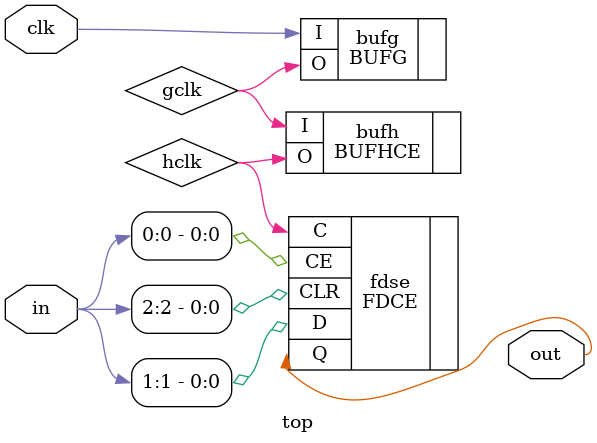
<source format=v>
module top(
    input clk,
	input [2:0] in,
	output out
);

  wire gclk, hclk;
  BUFG bufg(.I(clk), .O(gclk));
  BUFHCE bufh(.I(gclk), .O(hclk));

  FDCE #(
      .INIT(0),
  ) fdse (
      .Q(out[0]),
      .C(hclk),
      .CE(in[0]),
      .D(in[1]),
      .CLR(in[2])
  );
endmodule

</source>
